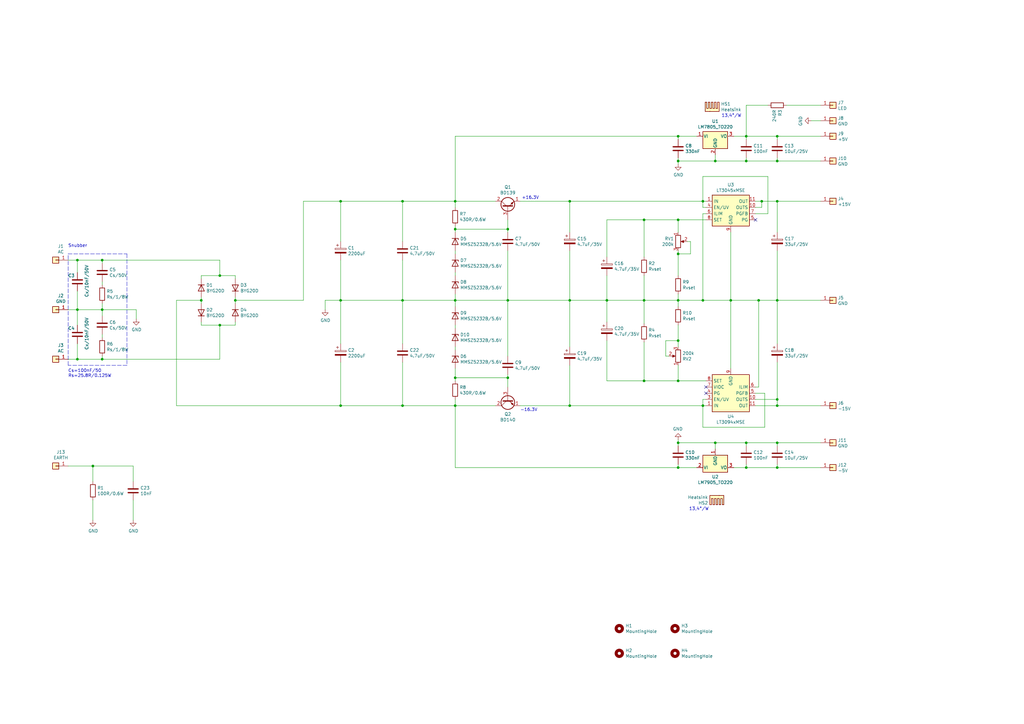
<source format=kicad_sch>
(kicad_sch (version 20211123) (generator eeschema)
  (paper "A3")
  (title_block (title "Ultra Low Noise PSU") (date "2022-10-23") (rev "v3d-5.0-MSOP-Tantal"))
  (lib_symbols
    (symbol "Connector_Generic:Conn_01x01" (pin_names (offset 1.016) hide)
      (property "Reference" "J" (at 0 2.54 0))
      (property "Value" "Conn_01x01" (at 0 -2.54 0))
      (symbol "Conn_01x01_1_1"
        (rectangle (start -1.27 0.127) (end 0 -0.127) (stroke (width 0.1524)))
        (rectangle (start -1.27 1.27) (end 1.27 -1.27) (stroke (width 0.254)) (fill (type background)))
        (pin passive line (at -5.08 0 0) (length 3.81) (name "Pin_1") (number "1"))
      )
    )
    (symbol "Device:C" (pin_numbers hide) (pin_names (offset 0.254))
      (property "Reference" "C" (at 0.635 2.54 0))
      (property "Value" "C" (at 0.635 -2.54 0))
      (symbol "C_0_1"
        (polyline (pts (xy -2.032 -0.762) (xy 2.032 -0.762)) (stroke (width 0.508)))
        (polyline (pts (xy -2.032 0.762) (xy 2.032 0.762)) (stroke (width 0.508)))
      )
      (symbol "C_1_1"
        (pin passive line (at 0 3.81 270) (length 2.794) (name "~") (number "1"))
        (pin passive line (at 0 -3.81 90) (length 2.794) (name "~") (number "2"))
      )
    )
    (symbol "Device:C_Polarized" (pin_numbers hide) (pin_names (offset 0.254))
      (property "Reference" "C" (at 0.635 2.54 0))
      (property "Value" "C_Polarized" (at 0.635 -2.54 0))
      (symbol "C_Polarized_0_1"
        (rectangle (start -2.286 0.508) (end 2.286 1.016))
        (polyline (pts (xy -1.778 2.286) (xy -0.762 2.286)))
        (polyline (pts (xy -1.27 2.794) (xy -1.27 1.778)))
        (rectangle (start 2.286 -0.508) (end -2.286 -1.016) (fill (type outline)))
      )
      (symbol "C_Polarized_1_1"
        (pin passive line (at 0 3.81 270) (length 2.794) (name "~") (number "1"))
        (pin passive line (at 0 -3.81 90) (length 2.794) (name "~") (number "2"))
      )
    )
    (symbol "Device:D" (pin_numbers hide) (pin_names (offset 1.016) hide)
      (property "Reference" "D" (at 0 2.54 0))
      (property "Value" "D" (at 0 -2.54 0))
      (symbol "D_0_1"
        (polyline (pts (xy -1.27 1.27) (xy -1.27 -1.27)) (stroke (width 0.254)))
        (polyline (pts (xy 1.27 0) (xy -1.27 0)))
        (polyline (pts (xy 1.27 1.27) (xy 1.27 -1.27) (xy -1.27 0) (xy 1.27 1.27)) (stroke (width 0.254)))
      )
      (symbol "D_1_1"
        (pin passive line (at -3.81 0 0) (length 2.54) (name "K") (number "1"))
        (pin passive line (at 3.81 0 180) (length 2.54) (name "A") (number "2"))
      )
    )
    (symbol "Device:R" (pin_numbers hide) (pin_names (offset 0))
      (property "Reference" "R" (at 2.032 0 90))
      (property "Value" "R" (at 0 0 90))
      (symbol "R_0_1"
        (rectangle (start -1.016 -2.54) (end 1.016 2.54) (stroke (width 0.254)))
      )
      (symbol "R_1_1"
        (pin passive line (at 0 3.81 270) (length 1.27) (name "~") (number "1"))
        (pin passive line (at 0 -3.81 90) (length 1.27) (name "~") (number "2"))
      )
    )
    (symbol "Device:R_Potentiometer" (pin_names (offset 1.016) hide)
      (property "Reference" "RV" (at -4.445 0 90))
      (property "Value" "R_Potentiometer" (at -2.54 0 90))
      (symbol "R_Potentiometer_0_1"
        (polyline (pts (xy 2.54 0) (xy 1.524 0)))
        (polyline (pts (xy 1.143 0) (xy 2.286 0.508) (xy 2.286 -0.508) (xy 1.143 0)) (fill (type outline)))
        (rectangle (start 1.016 2.54) (end -1.016 -2.54) (stroke (width 0.254)))
      )
      (symbol "R_Potentiometer_1_1"
        (pin passive line (at 0 3.81 270) (length 1.27) (name "1") (number "1"))
        (pin passive line (at 3.81 0 180) (length 1.27) (name "2") (number "2"))
        (pin passive line (at 0 -3.81 90) (length 1.27) (name "3") (number "3"))
      )
    )
    (symbol "Diode:Z1SMAxxx" (pin_numbers hide) (pin_names hide)
      (property "Reference" "D" (at 0 2.54 0))
      (property "Value" "Z1SMAxxx" (at 0 -2.54 0))
      (symbol "Z1SMAxxx_0_1"
        (polyline (pts (xy 1.27 0) (xy -1.27 0)))
        (polyline (pts (xy -1.27 -1.27) (xy -1.27 1.27) (xy -0.762 1.27)) (stroke (width 0.254)))
        (polyline (pts (xy 1.27 -1.27) (xy 1.27 1.27) (xy -1.27 0) (xy 1.27 -1.27)) (stroke (width 0.254)))
      )
      (symbol "Z1SMAxxx_1_1"
        (pin passive line (at -3.81 0 0) (length 2.54) (name "K") (number "1"))
        (pin passive line (at 3.81 0 180) (length 2.54) (name "A") (number "2"))
      )
    )
    (symbol "Mechanical:Heatsink" (pin_names (offset 1.016))
      (property "Reference" "HS" (at 0 5.08 0))
      (property "Value" "Heatsink" (at 0 -1.27 0))
      (symbol "Heatsink_0_1"
        (polyline (pts (xy -0.3302 1.27) (xy -0.9652 1.27) (xy -0.9652 3.81) (xy -1.6002 3.81) (xy -1.6002 1.27) (xy -2.2352 1.27) (xy -2.2352 3.81) (xy -2.8702 3.81) (xy -2.8702 0) (xy -0.9652 0)) (stroke (width 0.254)) (fill (type background)))
        (polyline (pts (xy -0.3302 1.27) (xy -0.3302 3.81) (xy 0.3048 3.81) (xy 0.3048 1.27) (xy 0.9398 1.27) (xy 0.9398 3.81) (xy 1.5748 3.81) (xy 1.5748 1.27) (xy 2.2098 1.27) (xy 2.2098 3.81) (xy 2.8448 3.81) (xy 2.8448 0) (xy -0.9652 0)) (stroke (width 0.254)) (fill (type background)))
      )
    )
    (symbol "Mechanical:MountingHole" (pin_names (offset 1.016))
      (property "Reference" "H" (at 0 5.08 0))
      (property "Value" "MountingHole" (at 0 3.175 0))
      (symbol "MountingHole_0_1"
        (circle (center 0 0) (radius 1.27) (stroke (width 1.27)))
      )
    )
    (symbol "Regulator_Linear:LM7805_TO220" (pin_names (offset 0.254))
      (property "Reference" "U" (at -3.81 3.175 0))
      (property "Value" "LM7805_TO220" (at 0 3.175 0))
      (symbol "LM7805_TO220_0_1"
        (rectangle (start -5.08 1.905) (end 5.08 -5.08) (stroke (width 0.254)) (fill (type background)))
      )
      (symbol "LM7805_TO220_1_1"
        (pin power_in line (at -7.62 0 0) (length 2.54) (name "VI") (number "1"))
        (pin power_in line (at 0 -7.62 90) (length 2.54) (name "GND") (number "2"))
        (pin power_out line (at 7.62 0 180) (length 2.54) (name "VO") (number "3"))
      )
    )
    (symbol "Regulator_Linear:LM7905_TO220" (pin_names (offset 0.254))
      (property "Reference" "U" (at -3.81 -3.175 0))
      (property "Value" "LM7905_TO220" (at 0 -3.175 0))
      (symbol "LM7905_TO220_0_1"
        (rectangle (start -5.08 5.08) (end 5.08 -1.905) (stroke (width 0.254)) (fill (type background)))
      )
      (symbol "LM7905_TO220_1_1"
        (pin power_in line (at 0 7.62 270) (length 2.54) (name "GND") (number "1"))
        (pin power_in line (at -7.62 0 0) (length 2.54) (name "VI") (number "2"))
        (pin power_out line (at 7.62 0 180) (length 2.54) (name "VO") (number "3"))
      )
    )
    (symbol "Regulator_Linear:LT3045xMSE"
      (property "Reference" "U" (at -6.35 6.35 0))
      (property "Value" "LT3045xMSE" (at 1.27 6.35 0))
      (symbol "LT3045xMSE_0_1"
        (rectangle (start -7.62 5.08) (end 7.62 -7.62) (stroke (width 0.254)) (fill (type background)))
      )
      (symbol "LT3045xMSE_1_1"
        (pin power_in line (at -10.16 2.54 0) (length 2.54) (name "IN") (number "1"))
        (pin input line (at 10.16 0 180) (length 2.54) (name "OUTS") (number "10"))
        (pin power_out line (at 10.16 2.54 180) (length 2.54) (name "OUT") (number "11"))
        (pin passive line (at 10.16 2.54 180) (length 2.54) hide (name "OUT") (number "12"))
        (pin passive line (at 0 -10.16 90) (length 2.54) hide (name "GND") (number "13"))
        (pin passive line (at -10.16 2.54 0) (length 2.54) hide (name "IN") (number "2"))
        (pin passive line (at -10.16 2.54 0) (length 2.54) hide (name "IN") (number "3"))
        (pin input line (at -10.16 0 0) (length 2.54) (name "EN/UV") (number "4"))
        (pin open_collector line (at 10.16 -5.08 180) (length 2.54) (name "PG") (number "5"))
        (pin passive line (at -10.16 -2.54 0) (length 2.54) (name "ILIM") (number "6"))
        (pin input line (at 10.16 -2.54 180) (length 2.54) (name "PGFB") (number "7"))
        (pin passive line (at -10.16 -5.08 0) (length 2.54) (name "SET") (number "8"))
        (pin power_in line (at 0 -10.16 90) (length 2.54) (name "GND") (number "9"))
      )
    )
    (symbol "Regulator_Linear:LT3094xMSE"
      (property "Reference" "U" (at -6.35 8.89 0))
      (property "Value" "LT3094xMSE" (at 1.27 8.89 0))
      (symbol "LT3094xMSE_0_0"
        (pin passive line (at 10.16 5.08 180) (length 2.54) hide (name "OUT") (number "12"))
        (pin passive line (at -10.16 5.08 0) (length 2.54) hide (name "IN") (number "13"))
      )
      (symbol "LT3094xMSE_0_1"
        (rectangle (start 7.62 7.62) (end -7.62 -7.62) (stroke (width 0.254)) (fill (type background)))
      )
      (symbol "LT3094xMSE_1_1"
        (pin power_in line (at -10.16 5.08 0) (length 2.54) (name "IN") (number "1"))
        (pin input line (at 10.16 2.54 180) (length 2.54) (name "OUTS") (number "10"))
        (pin power_out line (at 10.16 5.08 180) (length 2.54) (name "OUT") (number "11"))
        (pin passive line (at -10.16 5.08 0) (length 2.54) hide (name "IN") (number "2"))
        (pin input line (at -10.16 2.54 0) (length 2.54) (name "EN/UV") (number "3"))
        (pin open_collector line (at -10.16 0 0) (length 2.54) (name "PG") (number "4"))
        (pin input line (at 10.16 0 180) (length 2.54) (name "PGFB") (number "5"))
        (pin passive line (at 10.16 -2.54 180) (length 2.54) (name "ILIM") (number "6"))
        (pin passive line (at -10.16 -2.54 0) (length 2.54) (name "VIOC") (number "7"))
        (pin passive line (at -10.16 -5.08 0) (length 2.54) (name "SET") (number "8"))
        (pin power_in line (at 0 -10.16 90) (length 2.54) (name "GND") (number "9"))
      )
    )
    (symbol "Transistor_BJT:BD139" (pin_names (offset 0) hide)
      (property "Reference" "Q" (at 5.08 1.905 0))
      (property "Value" "BD139" (at 5.08 0 0))
      (symbol "BD139_0_1"
        (polyline (pts (xy 0 0) (xy 0.635 0)))
        (polyline (pts (xy 2.54 -2.54) (xy 0.635 -0.635)))
        (polyline (pts (xy 2.54 2.54) (xy 0.635 0.635)))
        (polyline (pts (xy 0.635 1.905) (xy 0.635 -1.905) (xy 0.635 -1.905)) (stroke (width 0.508)) (fill (type outline)))
        (polyline (pts (xy 1.2446 -1.778) (xy 1.7526 -1.27) (xy 2.286 -2.286) (xy 1.2446 -1.778) (xy 1.2446 -1.778)) (fill (type outline)))
        (circle (center 1.27 0) (radius 2.8194) (stroke (width 0.3048)))
      )
      (symbol "BD139_1_1"
        (pin passive line (at 2.54 -5.08 90) (length 2.54) (name "E") (number "1"))
        (pin passive line (at 2.54 5.08 270) (length 2.54) (name "C") (number "2"))
        (pin input line (at -5.08 0 0) (length 5.08) (name "B") (number "3"))
      )
    )
    (symbol "Transistor_BJT:BD140" (pin_names (offset 0) hide)
      (property "Reference" "Q" (at 5.08 1.905 0))
      (property "Value" "BD140" (at 5.08 0 0))
      (symbol "BD140_0_1"
        (polyline (pts (xy 0 0) (xy 0.635 0)))
        (polyline (pts (xy 2.54 -2.54) (xy 0.635 -0.635)))
        (polyline (pts (xy 2.54 2.54) (xy 0.635 0.635)))
        (polyline (pts (xy 0.635 1.905) (xy 0.635 -1.905) (xy 0.635 -1.905)) (stroke (width 0.508)) (fill (type outline)))
        (polyline (pts (xy 1.778 -2.286) (xy 2.286 -1.778) (xy 1.27 -1.27) (xy 1.778 -2.286) (xy 1.778 -2.286)) (fill (type outline)))
        (circle (center 1.27 0) (radius 2.8194) (stroke (width 0.3048)))
      )
      (symbol "BD140_1_1"
        (pin passive line (at 2.54 -5.08 90) (length 2.54) (name "E") (number "1"))
        (pin passive line (at 2.54 5.08 270) (length 2.54) (name "C") (number "2"))
        (pin input line (at -5.08 0 0) (length 5.08) (name "B") (number "3"))
      )
    )
    (symbol "power:GND" (power) (pin_names (offset 0))
      (property "Value" "GND" (at 0 -3.81 0))
      (symbol "GND_0_1"
        (polyline (pts (xy 0 0) (xy 0 -1.27) (xy 1.27 -1.27) (xy 0 -2.54) (xy -1.27 -1.27) (xy 0 -1.27)))
      )
      (symbol "GND_1_1"
        (pin power_in line (at 0 0 270) (length 0) hide (name "GND") (number "1"))
      )
    )
  )
  (junction (at 248.92 123.19))
  (junction (at 165.1 166.37))
  (junction (at 306.07 191.77))
  (junction (at 306.07 55.88))
  (junction (at 41.91 147.32))
  (junction (at 318.77 181.61))
  (junction (at 278.13 191.77))
  (junction (at 41.91 127))
  (junction (at 186.69 123.19))
  (junction (at 299.72 123.19))
  (junction (at 90.17 133.35))
  (junction (at 233.68 82.55))
  (junction (at 318.77 166.37))
  (junction (at 288.29 166.37))
  (junction (at 311.15 123.19))
  (junction (at 293.37 66.04))
  (junction (at 318.77 123.19))
  (junction (at 312.42 82.55))
  (junction (at 306.07 181.61))
  (junction (at 139.7 123.19))
  (junction (at 165.1 82.55))
  (junction (at 318.77 82.55))
  (junction (at 278.13 181.61))
  (junction (at 82.55 123.19))
  (junction (at 139.7 82.55))
  (junction (at 318.77 163.83))
  (junction (at 139.7 166.37))
  (junction (at 31.75 127))
  (junction (at 208.28 154.94))
  (junction (at 278.13 55.88))
  (junction (at 31.75 106.68))
  (junction (at 318.77 191.77))
  (junction (at 318.77 66.04))
  (junction (at 264.16 156.21))
  (junction (at 31.75 147.32))
  (junction (at 278.13 123.19))
  (junction (at 233.68 166.37))
  (junction (at 264.16 123.19))
  (junction (at 306.07 66.04))
  (junction (at 264.16 90.17))
  (junction (at 288.29 82.55))
  (junction (at 288.29 123.19))
  (junction (at 186.69 166.37))
  (junction (at 38.1 191.135))
  (junction (at 278.13 66.04))
  (junction (at 318.77 55.88))
  (junction (at 41.91 106.68))
  (junction (at 233.68 123.19))
  (junction (at 96.52 123.19))
  (junction (at 293.37 181.61))
  (junction (at 165.1 123.19))
  (junction (at 278.13 90.17))
  (junction (at 90.17 113.03))
  (junction (at 278.13 104.14))
  (junction (at 186.69 82.55))
  (junction (at 186.69 93.98))
  (junction (at 208.28 123.19))
  (junction (at 208.28 93.98))
  (junction (at 278.13 156.21))
  (junction (at 186.69 154.94))
  (junction (at 278.13 139.7))
  (no_connect (at 289.56 158.75))
  (no_connect (at 309.88 90.17))
  (no_connect (at 289.56 161.29))
  (wire (pts (xy 314.96 87.63) (xy 314.96 72.39)))
  (wire (pts (xy 203.2 82.55) (xy 186.69 82.55)))
  (wire (pts (xy 186.69 93.98) (xy 208.28 93.98)))
  (wire (pts (xy 274.32 146.05) (xy 273.05 146.05)))
  (wire (pts (xy 208.28 123.19) (xy 208.28 146.05)))
  (wire (pts (xy 318.77 66.04) (xy 336.55 66.04)))
  (wire (pts (xy 186.69 123.19) (xy 208.28 123.19)))
  (wire (pts (xy 248.92 105.41) (xy 248.92 90.17)))
  (wire (pts (xy 165.1 106.68) (xy 165.1 123.19)))
  (wire (pts (xy 306.07 181.61) (xy 293.37 181.61)))
  (wire (pts (xy 233.68 82.55) (xy 233.68 95.25)))
  (wire (pts (xy 312.42 85.09) (xy 312.42 82.55)))
  (wire (pts (xy 54.61 205.105) (xy 54.61 213.36)))
  (wire (pts (xy 318.77 66.04) (xy 306.07 66.04)))
  (wire (pts (xy 278.13 149.86) (xy 278.13 156.21)))
  (wire (pts (xy 208.28 154.94) (xy 208.28 158.75)))
  (wire (pts (xy 186.69 104.14) (xy 186.69 102.87)))
  (wire (pts (xy 278.13 67.31) (xy 278.13 66.04)))
  (wire (pts (xy 278.13 90.17) (xy 289.56 90.17)))
  (wire (pts (xy 27.94 127) (xy 31.75 127)))
  (wire (pts (xy 186.69 82.55) (xy 165.1 82.55)))
  (wire (pts (xy 278.13 191.77) (xy 186.69 191.77)))
  (wire (pts (xy 318.77 123.19) (xy 336.55 123.19)))
  (wire (pts (xy 96.52 121.92) (xy 96.52 123.19)))
  (wire (pts (xy 186.69 154.94) (xy 208.28 154.94)))
  (wire (pts (xy 31.75 147.32) (xy 41.91 147.32)))
  (wire (pts (xy 186.69 191.77) (xy 186.69 166.37)))
  (wire (pts (xy 248.92 123.19) (xy 264.16 123.19)))
  (wire (pts (xy 306.07 181.61) (xy 318.77 181.61)))
  (wire (pts (xy 288.29 175.26) (xy 288.29 166.37)))
  (wire (pts (xy 311.15 123.19) (xy 318.77 123.19)))
  (wire (pts (xy 186.69 55.88) (xy 278.13 55.88)))
  (wire (pts (xy 82.55 113.03) (xy 82.55 114.3)))
  (wire (pts (xy 299.72 123.19) (xy 311.15 123.19)))
  (wire (pts (xy 264.16 140.335) (xy 264.16 156.21)))
  (wire (pts (xy 278.13 123.19) (xy 278.13 125.73)))
  (wire (pts (xy 289.56 163.83) (xy 288.29 163.83)))
  (wire (pts (xy 41.91 127) (xy 55.88 127)))
  (wire (pts (xy 288.29 163.83) (xy 288.29 166.37)))
  (wire (pts (xy 318.77 182.88) (xy 318.77 181.61)))
  (wire (pts (xy 96.52 114.3) (xy 96.52 113.03)))
  (wire (pts (xy 306.07 66.04) (xy 306.07 64.77)))
  (wire (pts (xy 309.88 166.37) (xy 318.77 166.37)))
  (wire (pts (xy 318.77 57.15) (xy 318.77 55.88)))
  (wire (pts (xy 278.13 120.65) (xy 278.13 123.19)))
  (wire (pts (xy 72.39 166.37) (xy 139.7 166.37)))
  (wire (pts (xy 248.92 90.17) (xy 264.16 90.17)))
  (wire (pts (xy 278.13 57.15) (xy 278.13 55.88)))
  (wire (pts (xy 278.13 133.35) (xy 278.13 139.7)))
  (wire (pts (xy 41.91 129.54) (xy 41.91 127)))
  (wire (pts (xy 233.68 123.19) (xy 248.92 123.19)))
  (wire (pts (xy 208.28 153.67) (xy 208.28 154.94)))
  (wire (pts (xy 90.17 106.68) (xy 90.17 113.03)))
  (wire (pts (xy 336.55 43.18) (xy 322.58 43.18)))
  (wire (pts (xy 318.77 82.55) (xy 318.77 95.25)))
  (wire (pts (xy 314.96 43.18) (xy 306.07 43.18)))
  (wire (pts (xy 31.75 111.76) (xy 31.75 106.68)))
  (wire (pts (xy 72.39 123.19) (xy 82.55 123.19)))
  (wire (pts (xy 233.68 142.24) (xy 233.68 123.19)))
  (wire (pts (xy 288.29 123.19) (xy 299.72 123.19)))
  (wire (pts (xy 293.37 181.61) (xy 278.13 181.61)))
  (wire (pts (xy 208.28 123.19) (xy 233.68 123.19)))
  (wire (pts (xy 82.55 123.19) (xy 82.55 124.46)))
  (wire (pts (xy 233.68 166.37) (xy 213.36 166.37)))
  (wire (pts (xy 278.13 55.88) (xy 285.75 55.88)))
  (wire (pts (xy 288.29 87.63) (xy 288.29 123.19)))
  (wire (pts (xy 264.16 90.17) (xy 264.16 105.41)))
  (wire (pts (xy 288.29 82.55) (xy 289.56 82.55)))
  (wire (pts (xy 31.75 127) (xy 41.91 127)))
  (wire (pts (xy 293.37 66.04) (xy 306.07 66.04)))
  (wire (pts (xy 278.13 156.21) (xy 289.56 156.21)))
  (wire (pts (xy 306.07 55.88) (xy 318.77 55.88)))
  (wire (pts (xy 186.69 166.37) (xy 186.69 163.83)))
  (wire (pts (xy 278.13 191.77) (xy 278.13 190.5)))
  (wire (pts (xy 213.36 82.55) (xy 233.68 82.55)))
  (wire (pts (xy 124.46 82.55) (xy 139.7 82.55)))
  (wire (pts (xy 283.21 99.06) (xy 283.21 104.14)))
  (wire (pts (xy 96.52 113.03) (xy 90.17 113.03)))
  (wire (pts (xy 293.37 66.04) (xy 293.37 63.5)))
  (polyline (pts (xy 52.07 149.86) (xy 27.94 149.86)))
  (wire (pts (xy 281.94 99.06) (xy 283.21 99.06)))
  (wire (pts (xy 289.56 87.63) (xy 288.29 87.63)))
  (polyline (pts (xy 27.94 104.14) (xy 52.07 104.14)))
  (wire (pts (xy 186.69 125.73) (xy 186.69 123.19)))
  (wire (pts (xy 139.7 166.37) (xy 165.1 166.37)))
  (wire (pts (xy 313.69 175.26) (xy 288.29 175.26)))
  (wire (pts (xy 248.92 156.21) (xy 264.16 156.21)))
  (wire (pts (xy 248.92 113.03) (xy 248.92 123.19)))
  (wire (pts (xy 299.72 151.13) (xy 299.72 123.19)))
  (wire (pts (xy 38.1 197.485) (xy 38.1 191.135)))
  (wire (pts (xy 278.13 66.04) (xy 278.13 64.77)))
  (wire (pts (xy 139.7 82.55) (xy 165.1 82.55)))
  (wire (pts (xy 165.1 123.19) (xy 186.69 123.19)))
  (polyline (pts (xy 27.94 149.86) (xy 27.94 104.14)))
  (wire (pts (xy 186.69 156.21) (xy 186.69 154.94)))
  (wire (pts (xy 186.69 95.25) (xy 186.69 93.98)))
  (wire (pts (xy 278.13 90.17) (xy 278.13 95.25)))
  (wire (pts (xy 318.77 148.59) (xy 318.77 163.83)))
  (wire (pts (xy 186.69 82.55) (xy 186.69 85.09)))
  (wire (pts (xy 186.69 82.55) (xy 186.69 55.88)))
  (wire (pts (xy 264.16 123.19) (xy 278.13 123.19)))
  (wire (pts (xy 288.29 85.09) (xy 288.29 82.55)))
  (wire (pts (xy 82.55 133.35) (xy 90.17 133.35)))
  (wire (pts (xy 139.7 140.97) (xy 139.7 123.19)))
  (wire (pts (xy 312.42 82.55) (xy 318.77 82.55)))
  (wire (pts (xy 41.91 138.43) (xy 41.91 137.16)))
  (wire (pts (xy 264.16 90.17) (xy 278.13 90.17)))
  (wire (pts (xy 55.88 130.81) (xy 55.88 127)))
  (wire (pts (xy 288.29 166.37) (xy 289.56 166.37)))
  (wire (pts (xy 318.77 66.04) (xy 318.77 64.77)))
  (wire (pts (xy 72.39 123.19) (xy 72.39 166.37)))
  (wire (pts (xy 336.55 49.53) (xy 332.74 49.53)))
  (wire (pts (xy 318.77 102.87) (xy 318.77 123.19)))
  (wire (pts (xy 38.1 205.105) (xy 38.1 213.36)))
  (wire (pts (xy 306.07 55.88) (xy 306.07 43.18)))
  (wire (pts (xy 288.29 72.39) (xy 288.29 82.55)))
  (wire (pts (xy 278.13 182.88) (xy 278.13 181.61)))
  (wire (pts (xy 336.55 82.55) (xy 318.77 82.55)))
  (polyline (pts (xy 52.07 104.14) (xy 52.07 149.86)))
  (wire (pts (xy 41.91 107.95) (xy 41.91 106.68)))
  (wire (pts (xy 82.55 121.92) (xy 82.55 123.19)))
  (wire (pts (xy 41.91 106.68) (xy 90.17 106.68)))
  (wire (pts (xy 31.75 133.35) (xy 31.75 127)))
  (wire (pts (xy 306.07 191.77) (xy 306.07 190.5)))
  (wire (pts (xy 208.28 93.98) (xy 208.28 95.25)))
  (wire (pts (xy 38.1 191.135) (xy 27.94 191.135)))
  (wire (pts (xy 31.75 106.68) (xy 27.94 106.68)))
  (wire (pts (xy 233.68 102.87) (xy 233.68 123.19)))
  (wire (pts (xy 306.07 182.88) (xy 306.07 181.61)))
  (wire (pts (xy 208.28 93.98) (xy 208.28 90.17)))
  (wire (pts (xy 186.69 154.94) (xy 186.69 151.13)))
  (wire (pts (xy 82.55 132.08) (xy 82.55 133.35)))
  (wire (pts (xy 203.2 166.37) (xy 186.69 166.37)))
  (wire (pts (xy 139.7 123.19) (xy 165.1 123.19)))
  (wire (pts (xy 318.77 191.77) (xy 306.07 191.77)))
  (wire (pts (xy 54.61 197.485) (xy 54.61 191.135)))
  (wire (pts (xy 208.28 102.87) (xy 208.28 123.19)))
  (wire (pts (xy 96.52 133.35) (xy 96.52 132.08)))
  (wire (pts (xy 90.17 113.03) (xy 82.55 113.03)))
  (wire (pts (xy 278.13 123.19) (xy 288.29 123.19)))
  (wire (pts (xy 309.88 82.55) (xy 312.42 82.55)))
  (wire (pts (xy 96.52 123.19) (xy 124.46 123.19)))
  (wire (pts (xy 309.88 158.75) (xy 311.15 158.75)))
  (wire (pts (xy 309.88 85.09) (xy 312.42 85.09)))
  (wire (pts (xy 289.56 85.09) (xy 288.29 85.09)))
  (wire (pts (xy 278.13 102.87) (xy 278.13 104.14)))
  (wire (pts (xy 264.16 132.715) (xy 264.16 123.19)))
  (wire (pts (xy 139.7 99.06) (xy 139.7 82.55)))
  (wire (pts (xy 133.35 127) (xy 133.35 123.19)))
  (wire (pts (xy 300.99 55.88) (xy 306.07 55.88)))
  (wire (pts (xy 41.91 106.68) (xy 31.75 106.68)))
  (wire (pts (xy 283.21 104.14) (xy 278.13 104.14)))
  (wire (pts (xy 309.88 161.29) (xy 313.69 161.29)))
  (wire (pts (xy 186.69 143.51) (xy 186.69 142.24)))
  (wire (pts (xy 248.92 132.08) (xy 248.92 123.19)))
  (wire (pts (xy 318.77 55.88) (xy 336.55 55.88)))
  (wire (pts (xy 90.17 133.35) (xy 90.17 147.32)))
  (wire (pts (xy 264.16 156.21) (xy 278.13 156.21)))
  (wire (pts (xy 233.68 166.37) (xy 288.29 166.37)))
  (wire (pts (xy 41.91 147.32) (xy 90.17 147.32)))
  (wire (pts (xy 31.75 140.97) (xy 31.75 147.32)))
  (wire (pts (xy 318.77 163.83) (xy 318.77 166.37)))
  (wire (pts (xy 278.13 181.61) (xy 278.13 180.34)))
  (wire (pts (xy 293.37 181.61) (xy 293.37 184.15)))
  (wire (pts (xy 54.61 191.135) (xy 38.1 191.135)))
  (wire (pts (xy 273.05 146.05) (xy 273.05 139.7)))
  (wire (pts (xy 309.88 163.83) (xy 318.77 163.83)))
  (wire (pts (xy 313.69 161.29) (xy 313.69 175.26)))
  (wire (pts (xy 318.77 191.77) (xy 336.55 191.77)))
  (wire (pts (xy 186.69 166.37) (xy 165.1 166.37)))
  (wire (pts (xy 278.13 142.24) (xy 278.13 139.7)))
  (wire (pts (xy 133.35 123.19) (xy 139.7 123.19)))
  (wire (pts (xy 186.69 113.03) (xy 186.69 111.76)))
  (wire (pts (xy 318.77 166.37) (xy 336.55 166.37)))
  (wire (pts (xy 264.16 113.03) (xy 264.16 123.19)))
  (wire (pts (xy 273.05 139.7) (xy 278.13 139.7)))
  (wire (pts (xy 233.68 149.86) (xy 233.68 166.37)))
  (wire (pts (xy 278.13 104.14) (xy 278.13 113.03)))
  (wire (pts (xy 318.77 191.77) (xy 318.77 190.5)))
  (wire (pts (xy 233.68 82.55) (xy 288.29 82.55)))
  (wire (pts (xy 41.91 147.32) (xy 41.91 146.05)))
  (wire (pts (xy 299.72 95.25) (xy 299.72 123.19)))
  (wire (pts (xy 186.69 134.62) (xy 186.69 133.35)))
  (wire (pts (xy 165.1 148.59) (xy 165.1 166.37)))
  (wire (pts (xy 186.69 93.98) (xy 186.69 92.71)))
  (wire (pts (xy 311.15 158.75) (xy 311.15 123.19)))
  (wire (pts (xy 309.88 87.63) (xy 314.96 87.63)))
  (wire (pts (xy 165.1 99.06) (xy 165.1 82.55)))
  (wire (pts (xy 41.91 116.84) (xy 41.91 115.57)))
  (wire (pts (xy 293.37 66.04) (xy 278.13 66.04)))
  (wire (pts (xy 90.17 133.35) (xy 96.52 133.35)))
  (wire (pts (xy 318.77 140.97) (xy 318.77 123.19)))
  (wire (pts (xy 306.07 57.15) (xy 306.07 55.88)))
  (wire (pts (xy 248.92 139.7) (xy 248.92 156.21)))
  (wire (pts (xy 41.91 127) (xy 41.91 124.46)))
  (wire (pts (xy 285.75 191.77) (xy 278.13 191.77)))
  (wire (pts (xy 31.75 119.38) (xy 31.75 127)))
  (wire (pts (xy 314.96 72.39) (xy 288.29 72.39)))
  (wire (pts (xy 124.46 123.19) (xy 124.46 82.55)))
  (wire (pts (xy 300.99 191.77) (xy 306.07 191.77)))
  (wire (pts (xy 165.1 140.97) (xy 165.1 123.19)))
  (wire (pts (xy 139.7 106.68) (xy 139.7 123.19)))
  (wire (pts (xy 139.7 148.59) (xy 139.7 166.37)))
  (wire (pts (xy 96.52 123.19) (xy 96.52 124.46)))
  (wire (pts (xy 318.77 181.61) (xy 336.55 181.61)))
  (wire (pts (xy 27.94 147.32) (xy 31.75 147.32)))
  (wire (pts (xy 186.69 120.65) (xy 186.69 123.19)))
  (text "+16.3V" (at 213.995 81.915 0) (effects (font (size 1.27 1.27)) (justify left bottom)))
  (text "13,4°/W" (at 282.575 209.55 0) (effects (font (size 1.27 1.27)) (justify left bottom)))
  (text "Snubber" (at 27.94 101.6 0) (effects (font (size 1.27 1.27)) (justify left bottom)))
  (text "Cs=100nF/50\nRs=25.8R/0.125W" (at 27.94 154.94 0) (effects (font (size 1.27 1.27)) (justify left bottom)))
  (text "-16.3V" (at 213.36 168.91 0) (effects (font (size 1.27 1.27)) (justify left bottom)))
  (text "13,4°/W" (at 295.91 48.26 0) (effects (font (size 1.27 1.27)) (justify left bottom)))
  (symbol (lib_id "Connector_Generic:Conn_01x01") (at 22.86 127 180) (unit 1)
    (property "Reference" "J2" (at 24.9428 121.285 0))
    (property "Value" "GND" (at 24.9428 123.5964 0))
    (property "Footprint" "Connector_Pin:Pin_D1.3mm_L11.0mm" (effects hide))
  )
  (symbol (lib_id "Device:R_Potentiometer") (at 278.13 99.06 0) (unit 1)
    (property "Reference" "RV1" (at 276.3774 97.8916 0) (effects (justify right)))
    (property "Value" "200k" (at 276.3774 100.203 0) (effects (justify right)))
    (property "Footprint" "Potentiometer_THT:Potentiometer_Bourns_3296W_Vertical" (effects hide))
  )
  (symbol (lib_id "Mechanical:MountingHole") (at 254 257.81 0) (unit 1)
    (property "Reference" "H1" (at 256.54 256.6416 0) (effects (justify left)))
    (property "Value" "MountingHole" (at 256.54 258.953 0) (effects (justify left)))
    (property "Footprint" "MountingHole:MountingHole_3.2mm_M3" (effects hide))
  )
  (symbol (lib_id "Mechanical:MountingHole") (at 276.86 257.81 0) (unit 1)
    (property "Reference" "H3" (at 279.4 256.6416 0) (effects (justify left)))
    (property "Value" "MountingHole" (at 279.4 258.953 0) (effects (justify left)))
    (property "Footprint" "MountingHole:MountingHole_3.2mm_M3" (effects hide))
  )
  (symbol (lib_id "Mechanical:MountingHole") (at 254 267.97 0) (unit 1)
    (property "Reference" "H2" (at 256.54 266.8016 0) (effects (justify left)))
    (property "Value" "MountingHole" (at 256.54 269.113 0) (effects (justify left)))
    (property "Footprint" "MountingHole:MountingHole_3.2mm_M3" (effects hide))
  )
  (symbol (lib_id "Mechanical:MountingHole") (at 276.86 267.97 0) (unit 1)
    (property "Reference" "H4" (at 279.4 266.8016 0) (effects (justify left)))
    (property "Value" "MountingHole" (at 279.4 269.113 0) (effects (justify left)))
    (property "Footprint" "MountingHole:MountingHole_3.2mm_M3" (effects hide))
  )
  (symbol (lib_id "Connector_Generic:Conn_01x01") (at 22.86 106.68 180) (unit 1)
    (property "Reference" "J1" (at 24.9428 100.965 0))
    (property "Value" "AC" (at 24.9428 103.2764 0))
    (property "Footprint" "Connector_Pin:Pin_D1.3mm_L11.0mm" (effects hide))
  )
  (symbol (lib_id "Connector_Generic:Conn_01x01") (at 22.86 147.32 180) (unit 1)
    (property "Reference" "J3" (at 24.9428 141.605 0))
    (property "Value" "AC" (at 24.9428 143.9164 0))
    (property "Footprint" "Connector_Pin:Pin_D1.3mm_L11.0mm" (effects hide))
  )
  (symbol (lib_id "Device:C_Polarized") (at 139.7 102.87 0) (unit 1)
    (property "Reference" "C1" (at 142.6972 101.7016 0) (effects (justify left)))
    (property "Value" "2200uF" (at 142.6972 104.013 0) (effects (justify left)))
    (property "Footprint" "Capacitor_THT:CP_Radial_D16.0mm_P7.50mm" (effects hide))
  )
  (symbol (lib_id "power:GND") (at 55.88 130.81 0) (unit 1)
    (property "Reference" "#PWR01" (effects hide))
    (property "Value" "GND" (at 56.007 135.2042 0))
  )
  (symbol (lib_id "Connector_Generic:Conn_01x01") (at 341.63 123.19 0) (unit 1)
    (property "Reference" "J5" (at 343.662 122.1232 0) (effects (justify left)))
    (property "Value" "GND" (at 343.662 124.4346 0) (effects (justify left)))
    (property "Footprint" "Connector_Pin:Pin_D1.0mm_L10.0mm" (effects hide))
  )
  (symbol (lib_id "Connector_Generic:Conn_01x01") (at 341.63 82.55 0) (unit 1)
    (property "Reference" "J4" (at 343.662 81.4832 0) (effects (justify left)))
    (property "Value" "+15V" (at 343.662 83.7946 0) (effects (justify left)))
    (property "Footprint" "Connector_Pin:Pin_D1.0mm_L10.0mm" (effects hide))
  )
  (symbol (lib_id "Connector_Generic:Conn_01x01") (at 341.63 166.37 0) (unit 1)
    (property "Reference" "J6" (at 343.662 165.3032 0) (effects (justify left)))
    (property "Value" "-15V" (at 343.662 167.6146 0) (effects (justify left)))
    (property "Footprint" "Connector_Pin:Pin_D1.0mm_L10.0mm" (effects hide))
  )
  (symbol (lib_id "power:GND") (at 133.35 127 0) (unit 1)
    (property "Reference" "#PWR02" (effects hide))
    (property "Value" "GND" (at 133.477 131.3942 0))
  )
  (symbol (lib_id "Device:C_Polarized") (at 139.7 144.78 0) (unit 1)
    (property "Reference" "C2" (at 142.6972 143.6116 0) (effects (justify left)))
    (property "Value" "2200uF" (at 142.6972 145.923 0) (effects (justify left)))
    (property "Footprint" "Capacitor_THT:CP_Radial_D16.0mm_P7.50mm" (effects hide))
  )
  (symbol (lib_id "Device:R_Potentiometer") (at 278.13 146.05 180) (unit 1)
    (property "Reference" "RV2" (at 279.8826 147.2184 0) (effects (justify right)))
    (property "Value" "200k" (at 279.8826 144.907 0) (effects (justify right)))
    (property "Footprint" "Potentiometer_THT:Potentiometer_Bourns_3296W_Vertical" (effects hide))
  )
  (symbol (lib_id "Device:C") (at 278.13 60.96 0) (unit 1)
    (property "Reference" "C8" (at 281.051 59.7916 0) (effects (justify left)))
    (property "Value" "330nF" (at 281.051 62.103 0) (effects (justify left)))
    (property "Footprint" "Capacitor_SMD:C_0805_2012Metric_Pad1.18x1.45mm_HandSolder" (effects hide))
  )
  (symbol (lib_id "Device:C") (at 306.07 60.96 0) (unit 1)
    (property "Reference" "C11" (at 308.991 59.7916 0) (effects (justify left)))
    (property "Value" "100nF" (at 308.991 62.103 0) (effects (justify left)))
    (property "Footprint" "Capacitor_SMD:C_0805_2012Metric_Pad1.18x1.45mm_HandSolder" (effects hide))
  )
  (symbol (lib_id "power:GND") (at 278.13 67.31 0) (unit 1)
    (property "Reference" "#PWR03" (effects hide))
    (property "Value" "GND" (at 278.257 71.7042 0))
  )
  (symbol (lib_id "Connector_Generic:Conn_01x01") (at 341.63 55.88 0) (unit 1)
    (property "Reference" "J9" (at 343.662 54.8132 0) (effects (justify left)))
    (property "Value" "+5V" (at 343.662 57.1246 0) (effects (justify left)))
    (property "Footprint" "Connector_Pin:Pin_D1.0mm_L10.0mm" (effects hide))
  )
  (symbol (lib_id "Connector_Generic:Conn_01x01") (at 341.63 66.04 0) (unit 1)
    (property "Reference" "J10" (at 343.662 64.9732 0) (effects (justify left)))
    (property "Value" "GND" (at 343.662 67.2846 0) (effects (justify left)))
    (property "Footprint" "Connector_Pin:Pin_D1.0mm_L10.0mm" (effects hide))
  )
  (symbol (lib_id "Device:R") (at 318.77 43.18 270) (unit 1)
    (property "Reference" "R3" (at 319.9384 44.958 0) (effects (justify left)))
    (property "Value" "240R" (at 317.627 44.958 0) (effects (justify left)))
    (property "Footprint" "Resistor_SMD:R_0805_2012Metric_Pad1.20x1.40mm_HandSolder" (effects hide))
  )
  (symbol (lib_id "Connector_Generic:Conn_01x01") (at 341.63 43.18 0) (unit 1)
    (property "Reference" "J7" (at 343.662 42.1132 0) (effects (justify left)))
    (property "Value" "LED" (at 343.662 44.4246 0) (effects (justify left)))
    (property "Footprint" "Connector_Pin:Pin_D1.0mm_L10.0mm" (effects hide))
  )
  (symbol (lib_id "Connector_Generic:Conn_01x01") (at 341.63 49.53 0) (unit 1)
    (property "Reference" "J8" (at 343.662 48.4632 0) (effects (justify left)))
    (property "Value" "GND" (at 343.662 50.7746 0) (effects (justify left)))
    (property "Footprint" "Connector_Pin:Pin_D1.0mm_L10.0mm" (effects hide))
  )
  (symbol (lib_id "power:GND") (at 332.74 49.53 270) (unit 1)
    (property "Reference" "#PWR05" (effects hide))
    (property "Value" "GND" (at 328.3458 49.657 0))
  )
  (symbol (lib_id "Device:C") (at 278.13 186.69 0) (unit 1)
    (property "Reference" "C10" (at 281.051 185.5216 0) (effects (justify left)))
    (property "Value" "330nF" (at 281.051 187.833 0) (effects (justify left)))
    (property "Footprint" "Capacitor_SMD:C_0805_2012Metric_Pad1.18x1.45mm_HandSolder" (effects hide))
  )
  (symbol (lib_id "Device:C") (at 306.07 186.69 0) (unit 1)
    (property "Reference" "C12" (at 308.991 185.5216 0) (effects (justify left)))
    (property "Value" "100nF" (at 308.991 187.833 0) (effects (justify left)))
    (property "Footprint" "Capacitor_SMD:C_0805_2012Metric_Pad1.18x1.45mm_HandSolder" (effects hide))
  )
  (symbol (lib_id "power:GND") (at 278.13 180.34 180) (unit 1)
    (property "Reference" "#PWR04" (effects hide))
    (property "Value" "GND" (at 278.003 175.9458 0))
  )
  (symbol (lib_id "Connector_Generic:Conn_01x01") (at 341.63 181.61 0) (unit 1)
    (property "Reference" "J11" (at 343.662 180.5432 0) (effects (justify left)))
    (property "Value" "GND" (at 343.662 182.8546 0) (effects (justify left)))
    (property "Footprint" "Connector_Pin:Pin_D1.0mm_L10.0mm" (effects hide))
  )
  (symbol (lib_id "Connector_Generic:Conn_01x01") (at 341.63 191.77 0) (unit 1)
    (property "Reference" "J12" (at 343.662 190.7032 0) (effects (justify left)))
    (property "Value" "-5V" (at 343.662 193.0146 0) (effects (justify left)))
    (property "Footprint" "Connector_Pin:Pin_D1.0mm_L10.0mm" (effects hide))
  )
  (symbol (lib_id "Device:C_Polarized") (at 318.77 99.06 0) (unit 1)
    (property "Reference" "C17" (at 321.7672 97.8916 0) (effects (justify left)))
    (property "Value" "33uF/25V" (at 321.7672 100.203 0) (effects (justify left)))
    (property "Footprint" "Capacitor_Tantalum_SMD:CP_EIA-7343-31_Kemet-D_Pad2.25x2.55mm_HandSolder" (effects hide))
  )
  (symbol (lib_id "Device:C_Polarized") (at 318.77 144.78 0) (unit 1)
    (property "Reference" "C18" (at 321.7672 143.6116 0) (effects (justify left)))
    (property "Value" "33uF/25V" (at 321.7672 145.923 0) (effects (justify left)))
    (property "Footprint" "Capacitor_Tantalum_SMD:CP_EIA-7343-31_Kemet-D_Pad2.25x2.55mm_HandSolder" (effects hide))
  )
  (symbol (lib_id "Device:D") (at 82.55 118.11 270) (unit 1)
    (property "Reference" "D1" (at 84.582 116.9416 90) (effects (justify left)))
    (property "Value" "BYG20D" (at 84.582 119.253 90) (effects (justify left)))
    (property "Footprint" "Diode_SMD:D_SMA_Handsoldering" (effects hide))
  )
  (symbol (lib_id "Device:D") (at 82.55 128.27 90) (unit 1)
    (property "Reference" "D2" (at 84.582 127.1016 90) (effects (justify right)))
    (property "Value" "BYG20D" (at 84.582 129.413 90) (effects (justify right)))
    (property "Footprint" "Diode_SMD:D_SMA_Handsoldering" (effects hide))
  )
  (symbol (lib_id "Device:D") (at 96.52 118.11 90) (unit 1)
    (property "Reference" "D3" (at 98.552 116.9416 90) (effects (justify right)))
    (property "Value" "BYG20D" (at 98.552 119.253 90) (effects (justify right)))
    (property "Footprint" "Diode_SMD:D_SMA_Handsoldering" (effects hide))
  )
  (symbol (lib_id "Device:D") (at 96.52 128.27 270) (unit 1)
    (property "Reference" "D4" (at 98.552 127.1016 90) (effects (justify left)))
    (property "Value" "BYG20D" (at 98.552 129.413 90) (effects (justify left)))
    (property "Footprint" "Diode_SMD:D_SMA_Handsoldering" (effects hide))
  )
  (symbol (lib_id "Regulator_Linear:LM7805_TO220") (at 293.37 55.88 0) (unit 1)
    (property "Reference" "U1" (at 293.37 49.7332 0))
    (property "Value" "LM7805_TO220" (at 293.37 52.0446 0))
    (property "Footprint" "Package_TO_SOT_THT:TO-220-3_Vertical" (effects hide))
    (property "Datasheet" "https://www.onsemi.cn/PowerSolutions/document/MC7800-D.PDF" (effects hide))
  )
  (symbol (lib_id "Regulator_Linear:LM7905_TO220") (at 293.37 191.77 0) (unit 1)
    (property "Reference" "U2" (at 293.37 195.5546 0))
    (property "Value" "LM7905_TO220" (at 293.37 197.866 0))
    (property "Footprint" "Package_TO_SOT_THT:TO-220-3_Vertical" (effects hide))
    (property "Datasheet" "https://www.onsemi.com/pub/Collateral/MC7900-D.PDF" (effects hide))
  )
  (symbol (lib_id "Diode:Z1SMAxxx") (at 186.69 99.06 270) (unit 1)
    (property "Reference" "D5" (at 188.722 97.8916 90) (effects (justify left)))
    (property "Value" "MMSZ5232B/5.6V" (at 188.722 100.203 90) (effects (justify left)))
    (property "Footprint" "Diode_SMD:D_SOD-123" (effects hide))
    (property "Datasheet" "https://diotec.com/tl_files/diotec/files/pdf/datasheets/z1sma1.pdf" (effects hide))
  )
  (symbol (lib_id "Device:R") (at 186.69 88.9 0) (unit 1)
    (property "Reference" "R7" (at 188.468 87.7316 0) (effects (justify left)))
    (property "Value" "430R/0.6W" (at 188.468 90.043 0) (effects (justify left)))
    (property "Footprint" "Resistor_THT:R_Axial_DIN0207_L6.3mm_D2.5mm_P10.16mm_Horizontal" (effects hide))
  )
  (symbol (lib_id "Transistor_BJT:BD139") (at 208.28 85.09 90) (unit 1)
    (property "Reference" "Q1" (at 208.28 76.7334 90))
    (property "Value" "BD139" (at 208.28 79.0448 90))
    (property "Footprint" "Package_TO_SOT_THT:TO-126-3_Vertical" (effects hide))
    (property "Datasheet" "http://www.st.com/internet/com/TECHNICAL_RESOURCES/TECHNICAL_LITERATURE/DATASHEET/CD00001225.pdf" (effects hide))
  )
  (symbol (lib_id "Device:C") (at 208.28 99.06 0) (unit 1)
    (property "Reference" "C7" (at 211.201 97.8916 0) (effects (justify left)))
    (property "Value" "4.7uF/50V" (at 211.201 100.203 0) (effects (justify left)))
    (property "Footprint" "Capacitor_SMD:C_1206_3216Metric_Pad1.33x1.80mm_HandSolder" (effects hide))
  )
  (symbol (lib_id "Device:C") (at 31.75 115.57 0) (unit 1)
    (property "Reference" "C3" (at 27.94 113.03 0) (effects (justify left)))
    (property "Value" "Cx/10nF/50V" (at 35.56 121.92 90) (effects (justify left)))
    (property "Footprint" "Capacitor_SMD:C_0805_2012Metric_Pad1.18x1.45mm_HandSolder" (effects hide))
  )
  (symbol (lib_id "Device:C") (at 31.75 137.16 0) (unit 1)
    (property "Reference" "C4" (at 27.94 134.62 0) (effects (justify left)))
    (property "Value" "Cx/10nF/50V" (at 35.56 143.51 90) (effects (justify left)))
    (property "Footprint" "Capacitor_SMD:C_0805_2012Metric_Pad1.18x1.45mm_HandSolder" (effects hide))
  )
  (symbol (lib_id "Device:C") (at 41.91 111.76 0) (unit 1)
    (property "Reference" "C5" (at 44.831 110.5916 0) (effects (justify left)))
    (property "Value" "Cs/50V" (at 44.831 112.903 0) (effects (justify left)))
    (property "Footprint" "Capacitor_SMD:C_0805_2012Metric_Pad1.18x1.45mm_HandSolder" (effects hide))
  )
  (symbol (lib_id "Device:R") (at 41.91 120.65 0) (unit 1)
    (property "Reference" "R5" (at 43.688 119.4816 0) (effects (justify left)))
    (property "Value" "Rs/1/8W" (at 43.688 121.793 0) (effects (justify left)))
    (property "Footprint" "Resistor_SMD:R_0805_2012Metric_Pad1.20x1.40mm_HandSolder" (effects hide))
  )
  (symbol (lib_id "Device:C") (at 41.91 133.35 0) (unit 1)
    (property "Reference" "C6" (at 44.831 132.1816 0) (effects (justify left)))
    (property "Value" "Cs/50V" (at 44.831 134.493 0) (effects (justify left)))
    (property "Footprint" "Capacitor_SMD:C_0805_2012Metric_Pad1.18x1.45mm_HandSolder" (effects hide))
  )
  (symbol (lib_id "Device:R") (at 41.91 142.24 0) (unit 1)
    (property "Reference" "R6" (at 43.688 141.0716 0) (effects (justify left)))
    (property "Value" "Rs/1/8W" (at 43.688 143.383 0) (effects (justify left)))
    (property "Footprint" "Resistor_SMD:R_0805_2012Metric_Pad1.20x1.40mm_HandSolder" (effects hide))
  )
  (symbol (lib_id "Device:C") (at 318.77 60.96 0) (unit 1)
    (property "Reference" "C13" (at 321.691 59.7916 0) (effects (justify left)))
    (property "Value" "10uF/25V" (at 321.691 62.103 0) (effects (justify left)))
    (property "Footprint" "Capacitor_SMD:C_1206_3216Metric_Pad1.33x1.80mm_HandSolder" (effects hide))
  )
  (symbol (lib_id "Device:C") (at 318.77 186.69 0) (unit 1)
    (property "Reference" "C14" (at 321.691 185.5216 0) (effects (justify left)))
    (property "Value" "10uF/25V" (at 321.691 187.833 0) (effects (justify left)))
    (property "Footprint" "Capacitor_SMD:C_1206_3216Metric_Pad1.33x1.80mm_HandSolder" (effects hide))
  )
  (symbol (lib_id "Transistor_BJT:BD140") (at 208.28 163.83 90) (mirror x) (unit 1)
    (property "Reference" "Q2" (at 208.28 169.8498 90))
    (property "Value" "BD140" (at 208.28 172.1612 90))
    (property "Footprint" "Package_TO_SOT_THT:TO-126-3_Vertical" (effects hide))
    (property "Datasheet" "http://www.st.com/internet/com/TECHNICAL_RESOURCES/TECHNICAL_LITERATURE/DATASHEET/CD00001225.pdf" (effects hide))
  )
  (symbol (lib_id "Diode:Z1SMAxxx") (at 186.69 147.32 270) (unit 1)
    (property "Reference" "D6" (at 188.722 146.1516 90) (effects (justify left)))
    (property "Value" "MMSZ5232B/5.6V" (at 188.722 148.463 90) (effects (justify left)))
    (property "Footprint" "Diode_SMD:D_SOD-123" (effects hide))
    (property "Datasheet" "https://diotec.com/tl_files/diotec/files/pdf/datasheets/z1sma1.pdf" (effects hide))
  )
  (symbol (lib_id "Device:R") (at 186.69 160.02 0) (unit 1)
    (property "Reference" "R8" (at 188.468 158.8516 0) (effects (justify left)))
    (property "Value" "430R/0.6W" (at 188.468 161.163 0) (effects (justify left)))
    (property "Footprint" "Resistor_THT:R_Axial_DIN0207_L6.3mm_D2.5mm_P10.16mm_Horizontal" (effects hide))
  )
  (symbol (lib_id "Device:C") (at 208.28 149.86 0) (unit 1)
    (property "Reference" "C9" (at 211.201 148.6916 0) (effects (justify left)))
    (property "Value" "4.7uF/50V" (at 211.201 151.003 0) (effects (justify left)))
    (property "Footprint" "Capacitor_SMD:C_1206_3216Metric_Pad1.33x1.80mm_HandSolder" (effects hide))
  )
  (symbol (lib_id "Diode:Z1SMAxxx") (at 186.69 107.95 270) (unit 1)
    (property "Reference" "D7" (at 188.722 106.7816 90) (effects (justify left)))
    (property "Value" "MMSZ5232B/5.6V" (at 188.722 109.093 90) (effects (justify left)))
    (property "Footprint" "Diode_SMD:D_SOD-123" (effects hide))
    (property "Datasheet" "https://diotec.com/tl_files/diotec/files/pdf/datasheets/z1sma1.pdf" (effects hide))
  )
  (symbol (lib_id "Diode:Z1SMAxxx") (at 186.69 116.84 270) (unit 1)
    (property "Reference" "D8" (at 188.722 115.6716 90) (effects (justify left)))
    (property "Value" "MMSZ5232B/5.6V" (at 188.722 117.983 90) (effects (justify left)))
    (property "Footprint" "Diode_SMD:D_SOD-123" (effects hide))
    (property "Datasheet" "https://diotec.com/tl_files/diotec/files/pdf/datasheets/z1sma1.pdf" (effects hide))
  )
  (symbol (lib_id "Diode:Z1SMAxxx") (at 186.69 138.43 270) (unit 1)
    (property "Reference" "D10" (at 188.722 137.2616 90) (effects (justify left)))
    (property "Value" "MMSZ5232B/5.6V" (at 188.722 139.573 90) (effects (justify left)))
    (property "Footprint" "Diode_SMD:D_SOD-123" (effects hide))
    (property "Datasheet" "https://diotec.com/tl_files/diotec/files/pdf/datasheets/z1sma1.pdf" (effects hide))
  )
  (symbol (lib_id "Diode:Z1SMAxxx") (at 186.69 129.54 270) (unit 1)
    (property "Reference" "D9" (at 188.722 128.3716 90) (effects (justify left)))
    (property "Value" "MMSZ5232B/5.6V" (at 188.722 130.683 90) (effects (justify left)))
    (property "Footprint" "Diode_SMD:D_SOD-123" (effects hide))
    (property "Datasheet" "https://diotec.com/tl_files/diotec/files/pdf/datasheets/z1sma1.pdf" (effects hide))
  )
  (symbol (lib_id "Device:C_Polarized") (at 233.68 99.06 0) (unit 1)
    (property "Reference" "C15" (at 236.6772 97.8916 0) (effects (justify left)))
    (property "Value" "4.7uF/35V" (at 236.6772 100.203 0) (effects (justify left)))
    (property "Footprint" "Capacitor_Tantalum_SMD:CP_EIA-3528-15_AVX-H_Pad1.50x2.35mm_HandSolder" (effects hide))
  )
  (symbol (lib_id "Device:C_Polarized") (at 248.92 109.22 0) (unit 1)
    (property "Reference" "C16" (at 251.9172 108.0516 0) (effects (justify left)))
    (property "Value" "4.7uF/35V" (at 251.9172 110.363 0) (effects (justify left)))
    (property "Footprint" "Capacitor_Tantalum_SMD:CP_EIA-3528-15_AVX-H_Pad1.50x2.35mm_HandSolder" (effects hide))
  )
  (symbol (lib_id "Device:C_Polarized") (at 248.92 135.89 0) (unit 1)
    (property "Reference" "C20" (at 251.9172 134.7216 0) (effects (justify left)))
    (property "Value" "4.7uF/35V" (at 251.9172 137.033 0) (effects (justify left)))
    (property "Footprint" "Capacitor_Tantalum_SMD:CP_EIA-3528-15_AVX-H_Pad1.50x2.35mm_HandSolder" (effects hide))
  )
  (symbol (lib_id "Device:C_Polarized") (at 233.68 146.05 0) (unit 1)
    (property "Reference" "C19" (at 236.6772 144.8816 0) (effects (justify left)))
    (property "Value" "4.7uF/35V" (at 236.6772 147.193 0) (effects (justify left)))
    (property "Footprint" "Capacitor_Tantalum_SMD:CP_EIA-3528-15_AVX-H_Pad1.50x2.35mm_HandSolder" (effects hide))
  )
  (symbol (lib_id "Device:C") (at 165.1 102.87 0) (unit 1)
    (property "Reference" "C21" (at 168.021 101.7016 0) (effects (justify left)))
    (property "Value" "4.7uF/50V" (at 168.021 104.013 0) (effects (justify left)))
    (property "Footprint" "Capacitor_SMD:C_1206_3216Metric_Pad1.33x1.80mm_HandSolder" (effects hide))
  )
  (symbol (lib_id "Device:C") (at 165.1 144.78 0) (unit 1)
    (property "Reference" "C22" (at 168.021 143.6116 0) (effects (justify left)))
    (property "Value" "4.7uF/50V" (at 168.021 145.923 0) (effects (justify left)))
    (property "Footprint" "Capacitor_SMD:C_1206_3216Metric_Pad1.33x1.80mm_HandSolder" (effects hide))
  )
  (symbol (lib_id "Regulator_Linear:LT3045xMSE") (at 299.72 85.09 0) (unit 1)
    (property "Reference" "U3" (at 299.72 75.7682 0))
    (property "Value" "LT3045xMSE" (at 299.72 78.0796 0))
    (property "Footprint" "Package_SO:MSOP-12-1EP_3x4mm_P0.65mm_EP1.65x2.85mm" (effects hide))
    (property "Datasheet" "https://www.analog.com/media/en/technical-documentation/data-sheets/3045fa.pdf" (effects hide))
  )
  (symbol (lib_id "Regulator_Linear:LT3094xMSE") (at 299.72 161.29 0) (mirror x) (unit 1)
    (property "Reference" "U4" (at 299.72 170.815 0))
    (property "Value" "LT3094xMSE" (at 299.72 173.1264 0))
    (property "Footprint" "Package_SO:MSOP-12-1EP_3x4mm_P0.65mm_EP1.65x2.85mm" (effects hide))
    (property "Datasheet" "https://www.analog.com/media/en/technical-documentation/data-sheets/LT3094.pdf" (effects hide))
  )
  (symbol (lib_id "Device:R") (at 264.16 109.22 0) (unit 1)
    (property "Reference" "R2" (at 265.938 108.0516 0) (effects (justify left)))
    (property "Value" "Rvset" (at 265.938 110.363 0) (effects (justify left)))
    (property "Footprint" "Resistor_SMD:R_0805_2012Metric_Pad1.20x1.40mm_HandSolder" (effects hide))
  )
  (symbol (lib_id "Connector_Generic:Conn_01x01") (at 22.86 191.135 180) (unit 1)
    (property "Reference" "J13" (at 24.9428 185.42 0))
    (property "Value" "EARTH" (at 24.9428 187.7314 0))
    (property "Footprint" "Connector_Pin:Pin_D1.3mm_L11.0mm" (effects hide))
  )
  (symbol (lib_id "Mechanical:Heatsink") (at 292.1 45.72 0) (unit 1)
    (property "Reference" "HS1" (at 295.7068 42.6466 0) (effects (justify left)))
    (property "Value" "Heatsink" (at 295.7068 44.958 0) (effects (justify left)))
    (property "Footprint" "Heatsink:Heatsink_Fischer_SK104-STC-STIC_35x13mm_2xDrill2.5mm" (effects hide))
  )
  (symbol (lib_id "Device:R") (at 38.1 201.295 180) (unit 1)
    (property "Reference" "R1" (at 39.878 200.1266 0) (effects (justify right)))
    (property "Value" "100R/0.6W" (at 39.878 202.438 0) (effects (justify right)))
    (property "Footprint" "Resistor_THT:R_Axial_DIN0207_L6.3mm_D2.5mm_P10.16mm_Horizontal" (effects hide))
  )
  (symbol (lib_id "power:GND") (at 38.1 213.36 0) (unit 1)
    (property "Reference" "#PWR0101" (effects hide))
    (property "Value" "GND" (at 38.227 217.7542 0))
  )
  (symbol (lib_id "Mechanical:Heatsink") (at 294.005 203.2 180) (unit 1)
    (property "Reference" "HS2" (at 290.3982 206.2734 0) (effects (justify left)))
    (property "Value" "Heatsink" (at 290.3982 203.962 0) (effects (justify left)))
    (property "Footprint" "Heatsink:Heatsink_Fischer_SK104-STC-STIC_35x13mm_2xDrill2.5mm" (effects hide))
  )
  (symbol (lib_id "Device:C") (at 54.61 201.295 0) (unit 1)
    (property "Reference" "C23" (at 57.531 200.1266 0) (effects (justify left)))
    (property "Value" "10nF" (at 57.531 202.438 0) (effects (justify left)))
    (property "Footprint" "Capacitor_THT:C_Rect_L7.2mm_W2.5mm_P5.00mm_FKS2_FKP2_MKS2_MKP2" (effects hide))
  )
  (symbol (lib_id "Device:R") (at 264.16 136.525 0) (unit 1)
    (property "Reference" "R4" (at 265.938 135.3566 0) (effects (justify left)))
    (property "Value" "Rvset" (at 265.938 137.668 0) (effects (justify left)))
    (property "Footprint" "Resistor_SMD:R_0805_2012Metric_Pad1.20x1.40mm_HandSolder" (effects hide))
  )
  (symbol (lib_id "Device:R") (at 278.13 116.84 0) (unit 1)
    (property "Reference" "R9" (at 279.908 115.6716 0) (effects (justify left)))
    (property "Value" "Rvset" (at 279.908 117.983 0) (effects (justify left)))
    (property "Footprint" "Resistor_SMD:R_0805_2012Metric_Pad1.20x1.40mm_HandSolder" (effects hide))
  )
  (symbol (lib_id "power:GND") (at 54.61 213.36 0) (unit 1)
    (property "Reference" "#PWR0102" (effects hide))
    (property "Value" "GND" (at 54.737 217.7542 0))
  )
  (symbol (lib_id "Device:R") (at 278.13 129.54 0) (unit 1)
    (property "Reference" "R10" (at 279.908 128.3716 0) (effects (justify left)))
    (property "Value" "Rvset" (at 279.908 130.683 0) (effects (justify left)))
    (property "Footprint" "Resistor_SMD:R_0805_2012Metric_Pad1.20x1.40mm_HandSolder" (effects hide))
  )
)
</source>
